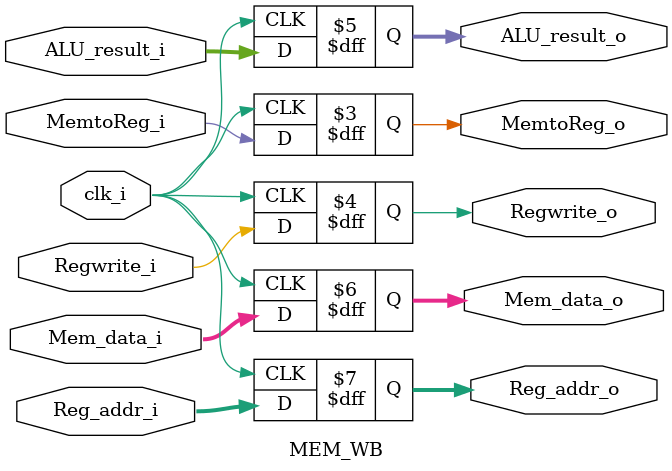
<source format=v>
module MEM_WB(  clk_i, MemtoReg_i, Regwrite_i, ALU_result_i, Mem_data_i, Reg_addr_i,                                                 
					   MemtoReg_o, Regwrite_o, ALU_result_o, Mem_data_o, Reg_addr_o );

input   clk_i;
input  MemtoReg_i, Regwrite_i;
input [32-1:0] ALU_result_i, Mem_data_i;
input [5-1:0]  Reg_addr_i;

output reg MemtoReg_o, Regwrite_o;
output reg [32-1:0] ALU_result_o, Mem_data_o;
output reg [5-1:0]  Reg_addr_o;


always @(posedge clk_i) begin
	    MemtoReg_o <= MemtoReg_i; Regwrite_o <= Regwrite_i;
		ALU_result_o <= ALU_result_i; Mem_data_o <= Mem_data_i;
		Reg_addr_o <= Reg_addr_i;	
end

initial begin
MemtoReg_o = 0; Regwrite_o = 0; ALU_result_o = 0; Mem_data_o = 0; Reg_addr_o = 0;
end

endmodule
</source>
